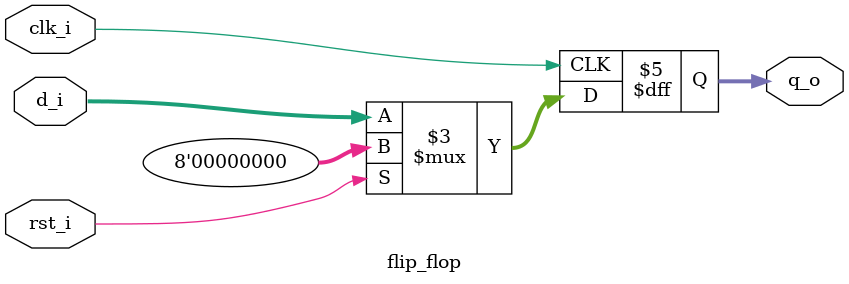
<source format=sv>
module flip_flop #(parameter WIDTH = 8)
(
	 input logic             clk_i, rst_i,
	 input logic [WIDTH-1:0] d_i,
    output logic [WIDTH-1:0] q_o
);
	always_ff @(posedge clk_i)
		if  (rst_i) q_o <= 0;
		else        q_o <= d_i;
endmodule

</source>
